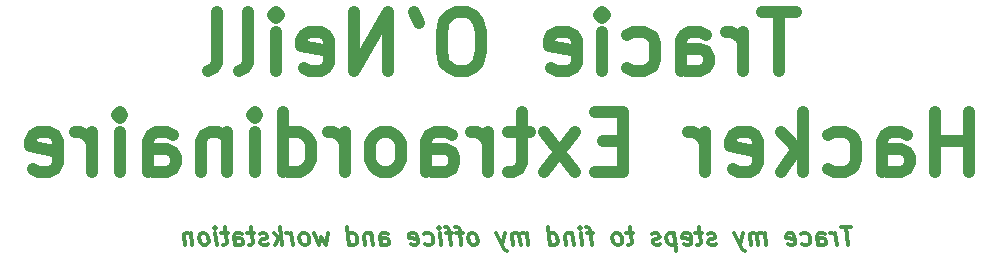
<source format=gbr>
G04 #@! TF.GenerationSoftware,KiCad,Pcbnew,(5.0.2)-1*
G04 #@! TF.CreationDate,2019-03-22T12:57:49+00:00*
G04 #@! TF.ProjectId,PCBStencil,50434253-7465-46e6-9369-6c2e6b696361,1.0*
G04 #@! TF.SameCoordinates,Original*
G04 #@! TF.FileFunction,Legend,Bot*
G04 #@! TF.FilePolarity,Positive*
%FSLAX46Y46*%
G04 Gerber Fmt 4.6, Leading zero omitted, Abs format (unit mm)*
G04 Created by KiCad (PCBNEW (5.0.2)-1) date 22/03/2019 12:57:49*
%MOMM*%
%LPD*%
G01*
G04 APERTURE LIST*
%ADD10C,0.300000*%
%ADD11C,1.000000*%
G04 APERTURE END LIST*
D10*
X180126428Y-127448571D02*
X179269285Y-127448571D01*
X179885357Y-128948571D02*
X179697857Y-127448571D01*
X178956785Y-128948571D02*
X178831785Y-127948571D01*
X178867500Y-128234285D02*
X178778214Y-128091428D01*
X178697857Y-128020000D01*
X178546071Y-127948571D01*
X178403214Y-127948571D01*
X177385357Y-128948571D02*
X177287142Y-128162857D01*
X177340714Y-128020000D01*
X177474642Y-127948571D01*
X177760357Y-127948571D01*
X177912142Y-128020000D01*
X177376428Y-128877142D02*
X177528214Y-128948571D01*
X177885357Y-128948571D01*
X178019285Y-128877142D01*
X178072857Y-128734285D01*
X178055000Y-128591428D01*
X177965714Y-128448571D01*
X177813928Y-128377142D01*
X177456785Y-128377142D01*
X177305000Y-128305714D01*
X176019285Y-128877142D02*
X176171071Y-128948571D01*
X176456785Y-128948571D01*
X176590714Y-128877142D01*
X176653214Y-128805714D01*
X176706785Y-128662857D01*
X176653214Y-128234285D01*
X176563928Y-128091428D01*
X176483571Y-128020000D01*
X176331785Y-127948571D01*
X176046071Y-127948571D01*
X175912142Y-128020000D01*
X174805000Y-128877142D02*
X174956785Y-128948571D01*
X175242500Y-128948571D01*
X175376428Y-128877142D01*
X175430000Y-128734285D01*
X175358571Y-128162857D01*
X175269285Y-128020000D01*
X175117500Y-127948571D01*
X174831785Y-127948571D01*
X174697857Y-128020000D01*
X174644285Y-128162857D01*
X174662142Y-128305714D01*
X175394285Y-128448571D01*
X172956785Y-128948571D02*
X172831785Y-127948571D01*
X172849642Y-128091428D02*
X172769285Y-128020000D01*
X172617500Y-127948571D01*
X172403214Y-127948571D01*
X172269285Y-128020000D01*
X172215714Y-128162857D01*
X172313928Y-128948571D01*
X172215714Y-128162857D02*
X172126428Y-128020000D01*
X171974642Y-127948571D01*
X171760357Y-127948571D01*
X171626428Y-128020000D01*
X171572857Y-128162857D01*
X171671071Y-128948571D01*
X170974642Y-127948571D02*
X170742500Y-128948571D01*
X170260357Y-127948571D02*
X170742500Y-128948571D01*
X170930000Y-129305714D01*
X171010357Y-129377142D01*
X171162142Y-129448571D01*
X168733571Y-128877142D02*
X168599642Y-128948571D01*
X168313928Y-128948571D01*
X168162142Y-128877142D01*
X168072857Y-128734285D01*
X168063928Y-128662857D01*
X168117500Y-128520000D01*
X168251428Y-128448571D01*
X168465714Y-128448571D01*
X168599642Y-128377142D01*
X168653214Y-128234285D01*
X168644285Y-128162857D01*
X168555000Y-128020000D01*
X168403214Y-127948571D01*
X168188928Y-127948571D01*
X168055000Y-128020000D01*
X167546071Y-127948571D02*
X166974642Y-127948571D01*
X167269285Y-127448571D02*
X167430000Y-128734285D01*
X167376428Y-128877142D01*
X167242500Y-128948571D01*
X167099642Y-128948571D01*
X166019285Y-128877142D02*
X166171071Y-128948571D01*
X166456785Y-128948571D01*
X166590714Y-128877142D01*
X166644285Y-128734285D01*
X166572857Y-128162857D01*
X166483571Y-128020000D01*
X166331785Y-127948571D01*
X166046071Y-127948571D01*
X165912142Y-128020000D01*
X165858571Y-128162857D01*
X165876428Y-128305714D01*
X166608571Y-128448571D01*
X165188928Y-127948571D02*
X165376428Y-129448571D01*
X165197857Y-128020000D02*
X165046071Y-127948571D01*
X164760357Y-127948571D01*
X164626428Y-128020000D01*
X164563928Y-128091428D01*
X164510357Y-128234285D01*
X164563928Y-128662857D01*
X164653214Y-128805714D01*
X164733571Y-128877142D01*
X164885357Y-128948571D01*
X165171071Y-128948571D01*
X165305000Y-128877142D01*
X164019285Y-128877142D02*
X163885357Y-128948571D01*
X163599642Y-128948571D01*
X163447857Y-128877142D01*
X163358571Y-128734285D01*
X163349642Y-128662857D01*
X163403214Y-128520000D01*
X163537142Y-128448571D01*
X163751428Y-128448571D01*
X163885357Y-128377142D01*
X163938928Y-128234285D01*
X163930000Y-128162857D01*
X163840714Y-128020000D01*
X163688928Y-127948571D01*
X163474642Y-127948571D01*
X163340714Y-128020000D01*
X161688928Y-127948571D02*
X161117500Y-127948571D01*
X161412142Y-127448571D02*
X161572857Y-128734285D01*
X161519285Y-128877142D01*
X161385357Y-128948571D01*
X161242500Y-128948571D01*
X160528214Y-128948571D02*
X160662142Y-128877142D01*
X160724642Y-128805714D01*
X160778214Y-128662857D01*
X160724642Y-128234285D01*
X160635357Y-128091428D01*
X160555000Y-128020000D01*
X160403214Y-127948571D01*
X160188928Y-127948571D01*
X160055000Y-128020000D01*
X159992500Y-128091428D01*
X159938928Y-128234285D01*
X159992500Y-128662857D01*
X160081785Y-128805714D01*
X160162142Y-128877142D01*
X160313928Y-128948571D01*
X160528214Y-128948571D01*
X158331785Y-127948571D02*
X157760357Y-127948571D01*
X158242500Y-128948571D02*
X158081785Y-127662857D01*
X157992500Y-127520000D01*
X157840714Y-127448571D01*
X157697857Y-127448571D01*
X157385357Y-128948571D02*
X157260357Y-127948571D01*
X157197857Y-127448571D02*
X157278214Y-127520000D01*
X157215714Y-127591428D01*
X157135357Y-127520000D01*
X157197857Y-127448571D01*
X157215714Y-127591428D01*
X156546071Y-127948571D02*
X156671071Y-128948571D01*
X156563928Y-128091428D02*
X156483571Y-128020000D01*
X156331785Y-127948571D01*
X156117500Y-127948571D01*
X155983571Y-128020000D01*
X155930000Y-128162857D01*
X156028214Y-128948571D01*
X154671071Y-128948571D02*
X154483571Y-127448571D01*
X154662142Y-128877142D02*
X154813928Y-128948571D01*
X155099642Y-128948571D01*
X155233571Y-128877142D01*
X155296071Y-128805714D01*
X155349642Y-128662857D01*
X155296071Y-128234285D01*
X155206785Y-128091428D01*
X155126428Y-128020000D01*
X154974642Y-127948571D01*
X154688928Y-127948571D01*
X154555000Y-128020000D01*
X152813928Y-128948571D02*
X152688928Y-127948571D01*
X152706785Y-128091428D02*
X152626428Y-128020000D01*
X152474642Y-127948571D01*
X152260357Y-127948571D01*
X152126428Y-128020000D01*
X152072857Y-128162857D01*
X152171071Y-128948571D01*
X152072857Y-128162857D02*
X151983571Y-128020000D01*
X151831785Y-127948571D01*
X151617500Y-127948571D01*
X151483571Y-128020000D01*
X151430000Y-128162857D01*
X151528214Y-128948571D01*
X150831785Y-127948571D02*
X150599642Y-128948571D01*
X150117500Y-127948571D02*
X150599642Y-128948571D01*
X150787142Y-129305714D01*
X150867500Y-129377142D01*
X151019285Y-129448571D01*
X148313928Y-128948571D02*
X148447857Y-128877142D01*
X148510357Y-128805714D01*
X148563928Y-128662857D01*
X148510357Y-128234285D01*
X148421071Y-128091428D01*
X148340714Y-128020000D01*
X148188928Y-127948571D01*
X147974642Y-127948571D01*
X147840714Y-128020000D01*
X147778214Y-128091428D01*
X147724642Y-128234285D01*
X147778214Y-128662857D01*
X147867500Y-128805714D01*
X147947857Y-128877142D01*
X148099642Y-128948571D01*
X148313928Y-128948571D01*
X147260357Y-127948571D02*
X146688928Y-127948571D01*
X147171071Y-128948571D02*
X147010357Y-127662857D01*
X146921071Y-127520000D01*
X146769285Y-127448571D01*
X146626428Y-127448571D01*
X146403214Y-127948571D02*
X145831785Y-127948571D01*
X146313928Y-128948571D02*
X146153214Y-127662857D01*
X146063928Y-127520000D01*
X145912142Y-127448571D01*
X145769285Y-127448571D01*
X145456785Y-128948571D02*
X145331785Y-127948571D01*
X145269285Y-127448571D02*
X145349642Y-127520000D01*
X145287142Y-127591428D01*
X145206785Y-127520000D01*
X145269285Y-127448571D01*
X145287142Y-127591428D01*
X144090714Y-128877142D02*
X144242500Y-128948571D01*
X144528214Y-128948571D01*
X144662142Y-128877142D01*
X144724642Y-128805714D01*
X144778214Y-128662857D01*
X144724642Y-128234285D01*
X144635357Y-128091428D01*
X144555000Y-128020000D01*
X144403214Y-127948571D01*
X144117500Y-127948571D01*
X143983571Y-128020000D01*
X142876428Y-128877142D02*
X143028214Y-128948571D01*
X143313928Y-128948571D01*
X143447857Y-128877142D01*
X143501428Y-128734285D01*
X143430000Y-128162857D01*
X143340714Y-128020000D01*
X143188928Y-127948571D01*
X142903214Y-127948571D01*
X142769285Y-128020000D01*
X142715714Y-128162857D01*
X142733571Y-128305714D01*
X143465714Y-128448571D01*
X140385357Y-128948571D02*
X140287142Y-128162857D01*
X140340714Y-128020000D01*
X140474642Y-127948571D01*
X140760357Y-127948571D01*
X140912142Y-128020000D01*
X140376428Y-128877142D02*
X140528214Y-128948571D01*
X140885357Y-128948571D01*
X141019285Y-128877142D01*
X141072857Y-128734285D01*
X141055000Y-128591428D01*
X140965714Y-128448571D01*
X140813928Y-128377142D01*
X140456785Y-128377142D01*
X140305000Y-128305714D01*
X139546071Y-127948571D02*
X139671071Y-128948571D01*
X139563928Y-128091428D02*
X139483571Y-128020000D01*
X139331785Y-127948571D01*
X139117500Y-127948571D01*
X138983571Y-128020000D01*
X138930000Y-128162857D01*
X139028214Y-128948571D01*
X137671071Y-128948571D02*
X137483571Y-127448571D01*
X137662142Y-128877142D02*
X137813928Y-128948571D01*
X138099642Y-128948571D01*
X138233571Y-128877142D01*
X138296071Y-128805714D01*
X138349642Y-128662857D01*
X138296071Y-128234285D01*
X138206785Y-128091428D01*
X138126428Y-128020000D01*
X137974642Y-127948571D01*
X137688928Y-127948571D01*
X137555000Y-128020000D01*
X135831785Y-127948571D02*
X135671071Y-128948571D01*
X135296071Y-128234285D01*
X135099642Y-128948571D01*
X134688928Y-127948571D01*
X134028214Y-128948571D02*
X134162142Y-128877142D01*
X134224642Y-128805714D01*
X134278214Y-128662857D01*
X134224642Y-128234285D01*
X134135357Y-128091428D01*
X134055000Y-128020000D01*
X133903214Y-127948571D01*
X133688928Y-127948571D01*
X133555000Y-128020000D01*
X133492500Y-128091428D01*
X133438928Y-128234285D01*
X133492500Y-128662857D01*
X133581785Y-128805714D01*
X133662142Y-128877142D01*
X133813928Y-128948571D01*
X134028214Y-128948571D01*
X132885357Y-128948571D02*
X132760357Y-127948571D01*
X132796071Y-128234285D02*
X132706785Y-128091428D01*
X132626428Y-128020000D01*
X132474642Y-127948571D01*
X132331785Y-127948571D01*
X131956785Y-128948571D02*
X131769285Y-127448571D01*
X131742500Y-128377142D02*
X131385357Y-128948571D01*
X131260357Y-127948571D02*
X131903214Y-128520000D01*
X130805000Y-128877142D02*
X130671071Y-128948571D01*
X130385357Y-128948571D01*
X130233571Y-128877142D01*
X130144285Y-128734285D01*
X130135357Y-128662857D01*
X130188928Y-128520000D01*
X130322857Y-128448571D01*
X130537142Y-128448571D01*
X130671071Y-128377142D01*
X130724642Y-128234285D01*
X130715714Y-128162857D01*
X130626428Y-128020000D01*
X130474642Y-127948571D01*
X130260357Y-127948571D01*
X130126428Y-128020000D01*
X129617500Y-127948571D02*
X129046071Y-127948571D01*
X129340714Y-127448571D02*
X129501428Y-128734285D01*
X129447857Y-128877142D01*
X129313928Y-128948571D01*
X129171071Y-128948571D01*
X128028214Y-128948571D02*
X127930000Y-128162857D01*
X127983571Y-128020000D01*
X128117500Y-127948571D01*
X128403214Y-127948571D01*
X128555000Y-128020000D01*
X128019285Y-128877142D02*
X128171071Y-128948571D01*
X128528214Y-128948571D01*
X128662142Y-128877142D01*
X128715714Y-128734285D01*
X128697857Y-128591428D01*
X128608571Y-128448571D01*
X128456785Y-128377142D01*
X128099642Y-128377142D01*
X127947857Y-128305714D01*
X127403214Y-127948571D02*
X126831785Y-127948571D01*
X127126428Y-127448571D02*
X127287142Y-128734285D01*
X127233571Y-128877142D01*
X127099642Y-128948571D01*
X126956785Y-128948571D01*
X126456785Y-128948571D02*
X126331785Y-127948571D01*
X126269285Y-127448571D02*
X126349642Y-127520000D01*
X126287142Y-127591428D01*
X126206785Y-127520000D01*
X126269285Y-127448571D01*
X126287142Y-127591428D01*
X125528214Y-128948571D02*
X125662142Y-128877142D01*
X125724642Y-128805714D01*
X125778214Y-128662857D01*
X125724642Y-128234285D01*
X125635357Y-128091428D01*
X125555000Y-128020000D01*
X125403214Y-127948571D01*
X125188928Y-127948571D01*
X125055000Y-128020000D01*
X124992500Y-128091428D01*
X124938928Y-128234285D01*
X124992500Y-128662857D01*
X125081785Y-128805714D01*
X125162142Y-128877142D01*
X125313928Y-128948571D01*
X125528214Y-128948571D01*
X124260357Y-127948571D02*
X124385357Y-128948571D01*
X124278214Y-128091428D02*
X124197857Y-128020000D01*
X124046071Y-127948571D01*
X123831785Y-127948571D01*
X123697857Y-128020000D01*
X123644285Y-128162857D01*
X123742500Y-128948571D01*
D11*
X175495000Y-109216904D02*
X172637857Y-109216904D01*
X174066428Y-114216904D02*
X174066428Y-109216904D01*
X170971190Y-114216904D02*
X170971190Y-110883571D01*
X170971190Y-111835952D02*
X170733095Y-111359761D01*
X170495000Y-111121666D01*
X170018809Y-110883571D01*
X169542619Y-110883571D01*
X165733095Y-114216904D02*
X165733095Y-111597857D01*
X165971190Y-111121666D01*
X166447380Y-110883571D01*
X167399761Y-110883571D01*
X167875952Y-111121666D01*
X165733095Y-113978809D02*
X166209285Y-114216904D01*
X167399761Y-114216904D01*
X167875952Y-113978809D01*
X168114047Y-113502619D01*
X168114047Y-113026428D01*
X167875952Y-112550238D01*
X167399761Y-112312142D01*
X166209285Y-112312142D01*
X165733095Y-112074047D01*
X161209285Y-113978809D02*
X161685476Y-114216904D01*
X162637857Y-114216904D01*
X163114047Y-113978809D01*
X163352142Y-113740714D01*
X163590238Y-113264523D01*
X163590238Y-111835952D01*
X163352142Y-111359761D01*
X163114047Y-111121666D01*
X162637857Y-110883571D01*
X161685476Y-110883571D01*
X161209285Y-111121666D01*
X159066428Y-114216904D02*
X159066428Y-110883571D01*
X159066428Y-109216904D02*
X159304523Y-109455000D01*
X159066428Y-109693095D01*
X158828333Y-109455000D01*
X159066428Y-109216904D01*
X159066428Y-109693095D01*
X154780714Y-113978809D02*
X155256904Y-114216904D01*
X156209285Y-114216904D01*
X156685476Y-113978809D01*
X156923571Y-113502619D01*
X156923571Y-111597857D01*
X156685476Y-111121666D01*
X156209285Y-110883571D01*
X155256904Y-110883571D01*
X154780714Y-111121666D01*
X154542619Y-111597857D01*
X154542619Y-112074047D01*
X156923571Y-112550238D01*
X147637857Y-109216904D02*
X146685476Y-109216904D01*
X146209285Y-109455000D01*
X145733095Y-109931190D01*
X145495000Y-110883571D01*
X145495000Y-112550238D01*
X145733095Y-113502619D01*
X146209285Y-113978809D01*
X146685476Y-114216904D01*
X147637857Y-114216904D01*
X148114047Y-113978809D01*
X148590238Y-113502619D01*
X148828333Y-112550238D01*
X148828333Y-110883571D01*
X148590238Y-109931190D01*
X148114047Y-109455000D01*
X147637857Y-109216904D01*
X143114047Y-109216904D02*
X143590238Y-110169285D01*
X140971190Y-114216904D02*
X140971190Y-109216904D01*
X138114047Y-114216904D01*
X138114047Y-109216904D01*
X133828333Y-113978809D02*
X134304523Y-114216904D01*
X135256904Y-114216904D01*
X135733095Y-113978809D01*
X135971190Y-113502619D01*
X135971190Y-111597857D01*
X135733095Y-111121666D01*
X135256904Y-110883571D01*
X134304523Y-110883571D01*
X133828333Y-111121666D01*
X133590238Y-111597857D01*
X133590238Y-112074047D01*
X135971190Y-112550238D01*
X131447380Y-114216904D02*
X131447380Y-110883571D01*
X131447380Y-109216904D02*
X131685476Y-109455000D01*
X131447380Y-109693095D01*
X131209285Y-109455000D01*
X131447380Y-109216904D01*
X131447380Y-109693095D01*
X128352142Y-114216904D02*
X128828333Y-113978809D01*
X129066428Y-113502619D01*
X129066428Y-109216904D01*
X125733095Y-114216904D02*
X126209285Y-113978809D01*
X126447380Y-113502619D01*
X126447380Y-109216904D01*
X190137857Y-122716904D02*
X190137857Y-117716904D01*
X190137857Y-120097857D02*
X187280714Y-120097857D01*
X187280714Y-122716904D02*
X187280714Y-117716904D01*
X182756904Y-122716904D02*
X182756904Y-120097857D01*
X182995000Y-119621666D01*
X183471190Y-119383571D01*
X184423571Y-119383571D01*
X184899761Y-119621666D01*
X182756904Y-122478809D02*
X183233095Y-122716904D01*
X184423571Y-122716904D01*
X184899761Y-122478809D01*
X185137857Y-122002619D01*
X185137857Y-121526428D01*
X184899761Y-121050238D01*
X184423571Y-120812142D01*
X183233095Y-120812142D01*
X182756904Y-120574047D01*
X178233095Y-122478809D02*
X178709285Y-122716904D01*
X179661666Y-122716904D01*
X180137857Y-122478809D01*
X180375952Y-122240714D01*
X180614047Y-121764523D01*
X180614047Y-120335952D01*
X180375952Y-119859761D01*
X180137857Y-119621666D01*
X179661666Y-119383571D01*
X178709285Y-119383571D01*
X178233095Y-119621666D01*
X176090238Y-122716904D02*
X176090238Y-117716904D01*
X175614047Y-120812142D02*
X174185476Y-122716904D01*
X174185476Y-119383571D02*
X176090238Y-121288333D01*
X170137857Y-122478809D02*
X170614047Y-122716904D01*
X171566428Y-122716904D01*
X172042619Y-122478809D01*
X172280714Y-122002619D01*
X172280714Y-120097857D01*
X172042619Y-119621666D01*
X171566428Y-119383571D01*
X170614047Y-119383571D01*
X170137857Y-119621666D01*
X169899761Y-120097857D01*
X169899761Y-120574047D01*
X172280714Y-121050238D01*
X167756904Y-122716904D02*
X167756904Y-119383571D01*
X167756904Y-120335952D02*
X167518809Y-119859761D01*
X167280714Y-119621666D01*
X166804523Y-119383571D01*
X166328333Y-119383571D01*
X160852142Y-120097857D02*
X159185476Y-120097857D01*
X158471190Y-122716904D02*
X160852142Y-122716904D01*
X160852142Y-117716904D01*
X158471190Y-117716904D01*
X156804523Y-122716904D02*
X154185476Y-119383571D01*
X156804523Y-119383571D02*
X154185476Y-122716904D01*
X152995000Y-119383571D02*
X151090238Y-119383571D01*
X152280714Y-117716904D02*
X152280714Y-122002619D01*
X152042619Y-122478809D01*
X151566428Y-122716904D01*
X151090238Y-122716904D01*
X149423571Y-122716904D02*
X149423571Y-119383571D01*
X149423571Y-120335952D02*
X149185476Y-119859761D01*
X148947380Y-119621666D01*
X148471190Y-119383571D01*
X147995000Y-119383571D01*
X144185476Y-122716904D02*
X144185476Y-120097857D01*
X144423571Y-119621666D01*
X144899761Y-119383571D01*
X145852142Y-119383571D01*
X146328333Y-119621666D01*
X144185476Y-122478809D02*
X144661666Y-122716904D01*
X145852142Y-122716904D01*
X146328333Y-122478809D01*
X146566428Y-122002619D01*
X146566428Y-121526428D01*
X146328333Y-121050238D01*
X145852142Y-120812142D01*
X144661666Y-120812142D01*
X144185476Y-120574047D01*
X141090238Y-122716904D02*
X141566428Y-122478809D01*
X141804523Y-122240714D01*
X142042619Y-121764523D01*
X142042619Y-120335952D01*
X141804523Y-119859761D01*
X141566428Y-119621666D01*
X141090238Y-119383571D01*
X140375952Y-119383571D01*
X139899761Y-119621666D01*
X139661666Y-119859761D01*
X139423571Y-120335952D01*
X139423571Y-121764523D01*
X139661666Y-122240714D01*
X139899761Y-122478809D01*
X140375952Y-122716904D01*
X141090238Y-122716904D01*
X137280714Y-122716904D02*
X137280714Y-119383571D01*
X137280714Y-120335952D02*
X137042619Y-119859761D01*
X136804523Y-119621666D01*
X136328333Y-119383571D01*
X135852142Y-119383571D01*
X132042619Y-122716904D02*
X132042619Y-117716904D01*
X132042619Y-122478809D02*
X132518809Y-122716904D01*
X133471190Y-122716904D01*
X133947380Y-122478809D01*
X134185476Y-122240714D01*
X134423571Y-121764523D01*
X134423571Y-120335952D01*
X134185476Y-119859761D01*
X133947380Y-119621666D01*
X133471190Y-119383571D01*
X132518809Y-119383571D01*
X132042619Y-119621666D01*
X129661666Y-122716904D02*
X129661666Y-119383571D01*
X129661666Y-117716904D02*
X129899761Y-117955000D01*
X129661666Y-118193095D01*
X129423571Y-117955000D01*
X129661666Y-117716904D01*
X129661666Y-118193095D01*
X127280714Y-119383571D02*
X127280714Y-122716904D01*
X127280714Y-119859761D02*
X127042619Y-119621666D01*
X126566428Y-119383571D01*
X125852142Y-119383571D01*
X125375952Y-119621666D01*
X125137857Y-120097857D01*
X125137857Y-122716904D01*
X120614047Y-122716904D02*
X120614047Y-120097857D01*
X120852142Y-119621666D01*
X121328333Y-119383571D01*
X122280714Y-119383571D01*
X122756904Y-119621666D01*
X120614047Y-122478809D02*
X121090238Y-122716904D01*
X122280714Y-122716904D01*
X122756904Y-122478809D01*
X122995000Y-122002619D01*
X122995000Y-121526428D01*
X122756904Y-121050238D01*
X122280714Y-120812142D01*
X121090238Y-120812142D01*
X120614047Y-120574047D01*
X118233095Y-122716904D02*
X118233095Y-119383571D01*
X118233095Y-117716904D02*
X118471190Y-117955000D01*
X118233095Y-118193095D01*
X117995000Y-117955000D01*
X118233095Y-117716904D01*
X118233095Y-118193095D01*
X115852142Y-122716904D02*
X115852142Y-119383571D01*
X115852142Y-120335952D02*
X115614047Y-119859761D01*
X115375952Y-119621666D01*
X114899761Y-119383571D01*
X114423571Y-119383571D01*
X110852142Y-122478809D02*
X111328333Y-122716904D01*
X112280714Y-122716904D01*
X112756904Y-122478809D01*
X112995000Y-122002619D01*
X112995000Y-120097857D01*
X112756904Y-119621666D01*
X112280714Y-119383571D01*
X111328333Y-119383571D01*
X110852142Y-119621666D01*
X110614047Y-120097857D01*
X110614047Y-120574047D01*
X112995000Y-121050238D01*
M02*

</source>
